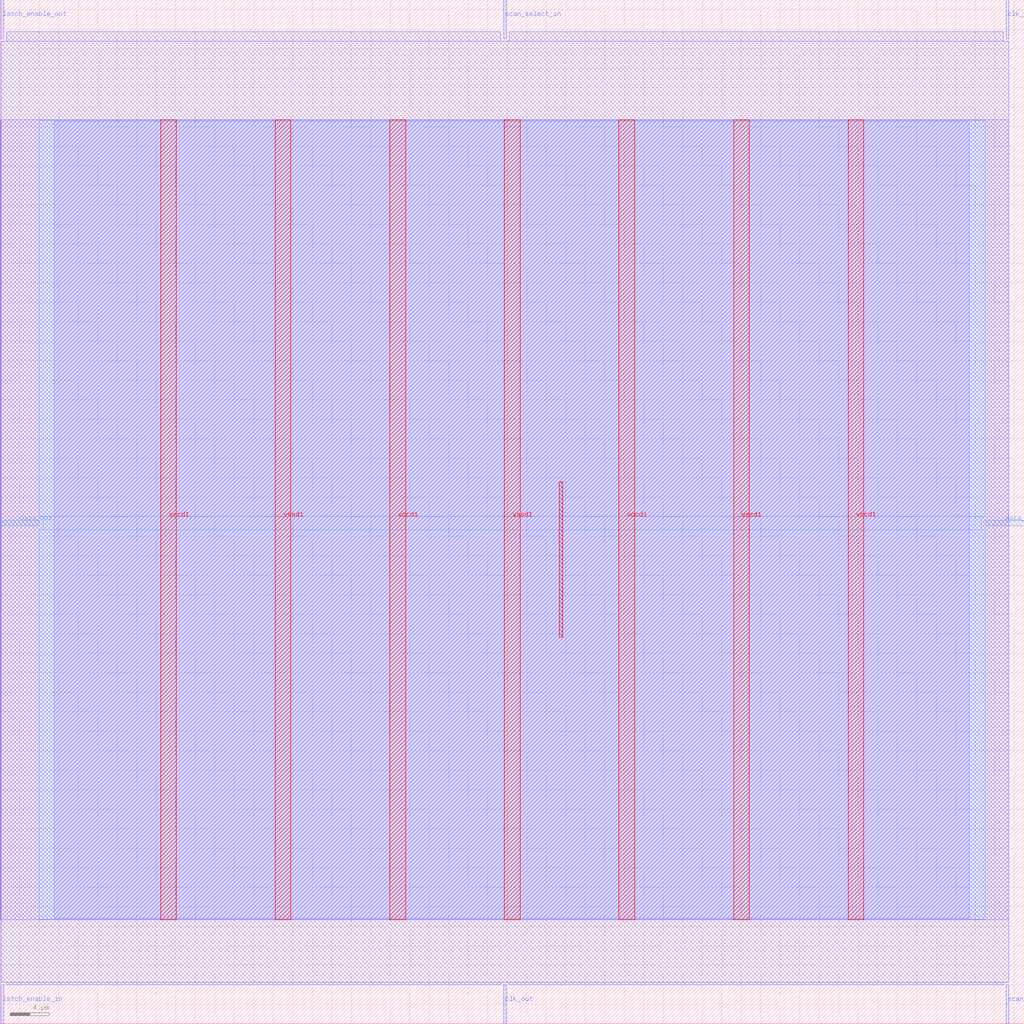
<source format=lef>
VERSION 5.7 ;
  NOWIREEXTENSIONATPIN ON ;
  DIVIDERCHAR "/" ;
  BUSBITCHARS "[]" ;
MACRO scan_wrapper_341541108650607187
  CLASS BLOCK ;
  FOREIGN scan_wrapper_341541108650607187 ;
  ORIGIN 0.000 0.000 ;
  SIZE 105.000 BY 105.000 ;
  PIN clk_in
    DIRECTION INPUT ;
    USE SIGNAL ;
    PORT
      LAYER met2 ;
        RECT 103.130 101.000 103.410 105.000 ;
    END
  END clk_in
  PIN clk_out
    DIRECTION OUTPUT TRISTATE ;
    USE SIGNAL ;
    PORT
      LAYER met2 ;
        RECT 51.610 0.000 51.890 4.000 ;
    END
  END clk_out
  PIN data_in
    DIRECTION INPUT ;
    USE SIGNAL ;
    PORT
      LAYER met3 ;
        RECT 101.000 51.040 105.000 51.640 ;
    END
  END data_in
  PIN data_out
    DIRECTION OUTPUT TRISTATE ;
    USE SIGNAL ;
    PORT
      LAYER met3 ;
        RECT 0.000 51.040 4.000 51.640 ;
    END
  END data_out
  PIN latch_enable_in
    DIRECTION INPUT ;
    USE SIGNAL ;
    PORT
      LAYER met2 ;
        RECT 0.090 0.000 0.370 4.000 ;
    END
  END latch_enable_in
  PIN latch_enable_out
    DIRECTION OUTPUT TRISTATE ;
    USE SIGNAL ;
    PORT
      LAYER met2 ;
        RECT 0.090 101.000 0.370 105.000 ;
    END
  END latch_enable_out
  PIN scan_select_in
    DIRECTION INPUT ;
    USE SIGNAL ;
    PORT
      LAYER met2 ;
        RECT 51.610 101.000 51.890 105.000 ;
    END
  END scan_select_in
  PIN scan_select_out
    DIRECTION OUTPUT TRISTATE ;
    USE SIGNAL ;
    PORT
      LAYER met2 ;
        RECT 103.130 0.000 103.410 4.000 ;
    END
  END scan_select_out
  PIN vccd1
    DIRECTION INOUT ;
    USE POWER ;
    PORT
      LAYER met4 ;
        RECT 16.465 10.640 18.065 92.720 ;
    END
    PORT
      LAYER met4 ;
        RECT 39.955 10.640 41.555 92.720 ;
    END
    PORT
      LAYER met4 ;
        RECT 63.445 10.640 65.045 92.720 ;
    END
    PORT
      LAYER met4 ;
        RECT 86.935 10.640 88.535 92.720 ;
    END
  END vccd1
  PIN vssd1
    DIRECTION INOUT ;
    USE GROUND ;
    PORT
      LAYER met4 ;
        RECT 28.210 10.640 29.810 92.720 ;
    END
    PORT
      LAYER met4 ;
        RECT 51.700 10.640 53.300 92.720 ;
    END
    PORT
      LAYER met4 ;
        RECT 75.190 10.640 76.790 92.720 ;
    END
  END vssd1
  OBS
      LAYER li1 ;
        RECT 5.520 10.795 99.360 92.565 ;
      LAYER met1 ;
        RECT 0.070 10.640 103.430 92.720 ;
      LAYER met2 ;
        RECT 0.650 100.720 51.330 101.730 ;
        RECT 52.170 100.720 102.850 101.730 ;
        RECT 0.100 4.280 103.400 100.720 ;
        RECT 0.650 4.000 51.330 4.280 ;
        RECT 52.170 4.000 102.850 4.280 ;
      LAYER met3 ;
        RECT 4.000 52.040 101.000 92.645 ;
        RECT 4.400 50.640 100.600 52.040 ;
        RECT 4.000 10.715 101.000 50.640 ;
      LAYER met4 ;
        RECT 57.335 39.615 57.665 55.585 ;
  END
END scan_wrapper_341541108650607187
END LIBRARY


</source>
